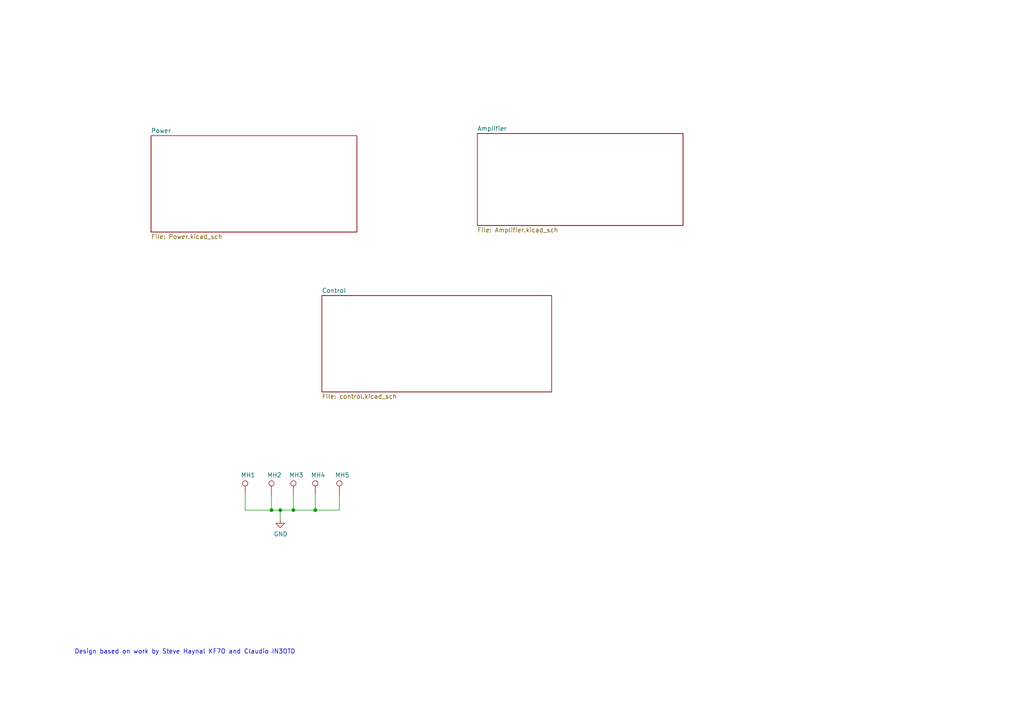
<source format=kicad_sch>
(kicad_sch (version 20231120) (generator "eeschema") (generator_version "8.0")
  (paper "A4")
  (title_block (title "Radioberry - amplifier") (date "2020-12-18") (rev "beta 1") (company "AppMind") (comment 1 "PA3GSB Johan Maas"))
  (lib_symbols
    (symbol "hermeslite:GND" (power) (pin_names (offset 0))
      (property "Value" "GND" (at 0 -3.81 0))
      (symbol "GND_0_1"
        (polyline (pts (xy 0 0) (xy 0 -1.27) (xy 1.27 -1.27) (xy 0 -2.54) (xy -1.27 -1.27) (xy 0 -1.27)))
      )
      (symbol "GND_1_1"
        (pin power_in line (at 0 0 270) (length 0) hide (name "GND") (number "1"))
      )
    )
    (symbol "hermeslite:TEST_1P" (pin_numbers hide) (pin_names (offset 0.762) hide)
      (property "Reference" "J" (at 0 6.858 0))
      (property "Value" "TEST_1P" (at 0 5.08 0))
      (symbol "TEST_1P_0_1"
        (circle (center 0 3.302) (radius 0.762))
      )
      (symbol "TEST_1P_1_1"
        (pin passive line (at 0 0 90) (length 2.54) (name "1") (number "1"))
      )
    )
  )
  (junction (at 85.09 147.955))
  (junction (at 91.44 147.955))
  (junction (at 78.74 147.955))
  (junction (at 81.28 147.955))
  (wire (pts (xy 71.12 147.955) (xy 78.74 147.955)))
  (wire (pts (xy 78.74 143.51) (xy 78.74 147.955)))
  (wire (pts (xy 85.09 147.955) (xy 91.44 147.955)))
  (wire (pts (xy 98.425 147.955) (xy 98.425 143.51)))
  (wire (pts (xy 85.09 143.51) (xy 85.09 147.955)))
  (wire (pts (xy 91.44 147.955) (xy 91.44 143.51)))
  (wire (pts (xy 91.44 147.955) (xy 98.425 147.955)))
  (wire (pts (xy 78.74 147.955) (xy 81.28 147.955)))
  (wire (pts (xy 81.28 150.495) (xy 81.28 147.955)))
  (wire (pts (xy 81.28 147.955) (xy 85.09 147.955)))
  (wire (pts (xy 71.12 143.51) (xy 71.12 147.955)))
  (text "Design based on work by Steve Haynal KF7O and Claudio IN3OTD" (at 21.59 189.865 0) (effects (font (size 1.27 1.27)) (justify left bottom)))
  (symbol (lib_id "hermeslite:TEST_1P") (at 71.12 143.51 0) (unit 1)
    (property "Reference" "MH1" (at 69.85 137.795 0) (effects (justify left)))
    (property "Value" "DNI" (effects (hide yes)))
    (property "Footprint" "HERMESLITE:m3" (effects (hide yes)))
    (property "Option" "DNI" (effects (hide yes)))
    (property "Key" "NOBOM" (effects (hide yes)))
  )
  (symbol (lib_id "hermeslite:TEST_1P") (at 78.74 143.51 0) (unit 1)
    (property "Reference" "MH2" (at 77.47 137.795 0) (effects (justify left)))
    (property "Value" "DNI" (effects (hide yes)))
    (property "Footprint" "HERMESLITE:m3" (effects (hide yes)))
    (property "Option " "DNI" (effects (hide yes)))
    (property "Key" "NOBOM" (effects (hide yes)))
  )
  (symbol (lib_id "hermeslite:TEST_1P") (at 85.09 143.51 0) (unit 1)
    (property "Reference" "MH3" (at 83.82 137.795 0) (effects (justify left)))
    (property "Value" "DNI" (effects (hide yes)))
    (property "Footprint" "HERMESLITE:m3" (effects (hide yes)))
    (property "Option " "DNI" (effects (hide yes)))
    (property "Key" "NOBOM" (effects (hide yes)))
  )
  (symbol (lib_id "hermeslite:TEST_1P") (at 91.44 143.51 0) (unit 1)
    (property "Reference" "MH4" (at 90.17 137.795 0) (effects (justify left)))
    (property "Value" "DNI" (effects (hide yes)))
    (property "Footprint" "HERMESLITE:m3" (effects (hide yes)))
    (property "Option" "DNI" (effects (hide yes)))
    (property "Key" "NOBOM" (effects (hide yes)))
  )
  (symbol (lib_id "hermeslite:GND") (at 81.28 150.495 0) (unit 1)
    (property "Reference" "#PWR0114" (effects (hide yes)))
    (property "Value" "GND" (at 81.407 154.8892 0))
  )
  (symbol (lib_id "hermeslite:TEST_1P") (at 98.425 143.51 0) (unit 1)
    (property "Reference" "MH5" (at 97.155 137.795 0) (effects (justify left)))
    (property "Value" "DNI" (effects (hide yes)))
    (property "Footprint" "HERMESLITE:m3" (effects (hide yes)))
    (property "Option" "DNI" (effects (hide yes)))
    (property "Key" "NOBOM" (effects (hide yes)))
  )
  (sheet (at 138.43 38.735) (size 59.69 26.67)
    (property "Sheetname" "Amplifier" (at 138.43 38.0234 0) (effects (justify left bottom)))
    (property "Sheetfile" "Amplifier.kicad_sch" (at 138.43 65.9896 0) (effects (justify left top)))
  )
  (sheet (at 93.345 85.725) (size 66.675 27.94)
    (property "Sheetname" "Control" (at 93.345 85.0134 0) (effects (justify left bottom)))
    (property "Sheetfile" "control.kicad_sch" (at 93.345 114.2496 0) (effects (justify left top)))
  )
  (sheet (at 43.815 39.37) (size 59.69 27.94)
    (property "Sheetname" "Power" (at 43.815 38.6584 0) (effects (justify left bottom)))
    (property "Sheetfile" "Power.kicad_sch" (at 43.815 67.8946 0) (effects (justify left top)))
  )
)
</source>
